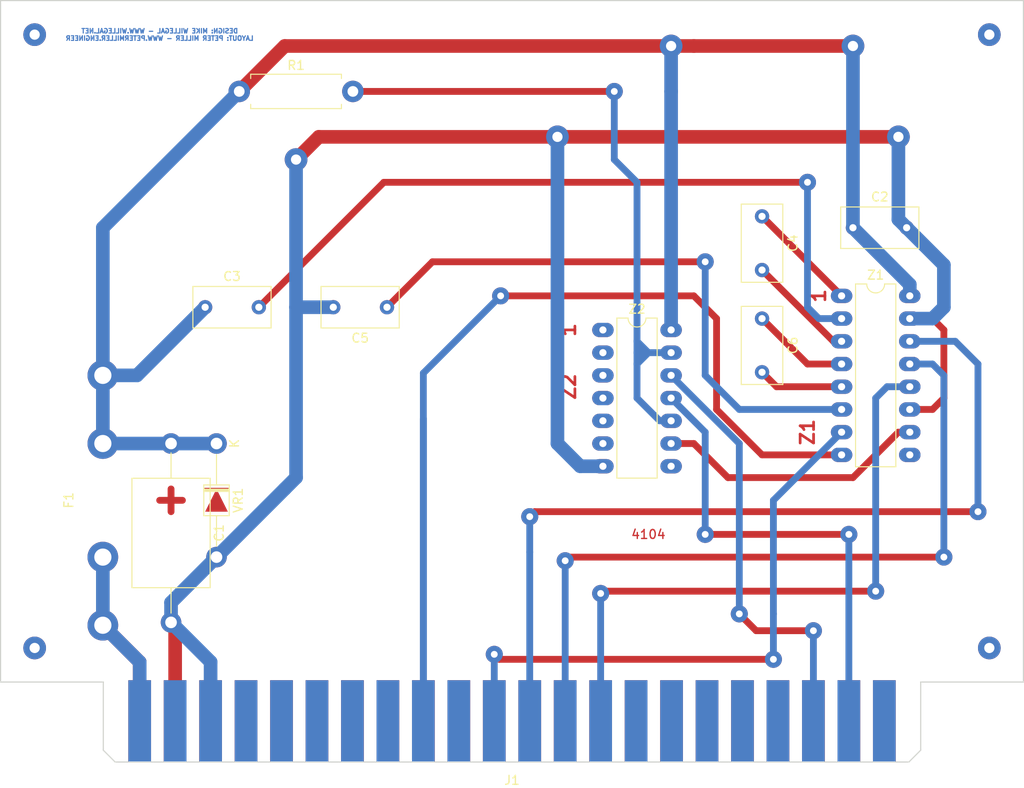
<source format=kicad_pcb>
(kicad_pcb (version 20171130) (host pcbnew "(5.1.9)-1")

  (general
    (thickness 1.6)
    (drawings 16)
    (tracks 160)
    (zones 0)
    (modules 12)
    (nets 60)
  )

  (page A4)
  (layers
    (0 F.Cu signal)
    (31 B.Cu signal)
    (32 B.Adhes user)
    (33 F.Adhes user)
    (34 B.Paste user)
    (35 F.Paste user)
    (36 B.SilkS user)
    (37 F.SilkS user)
    (38 B.Mask user)
    (39 F.Mask user)
    (40 Dwgs.User user)
    (41 Cmts.User user)
    (42 Eco1.User user)
    (43 Eco2.User user)
    (44 Edge.Cuts user)
    (45 Margin user)
    (46 B.CrtYd user)
    (47 F.CrtYd user)
    (48 B.Fab user)
    (49 F.Fab user)
  )

  (setup
    (last_trace_width 0.762)
    (user_trace_width 0.762)
    (user_trace_width 1.524)
    (trace_clearance 0.2)
    (zone_clearance 0.0254)
    (zone_45_only no)
    (trace_min 0.2)
    (via_size 0.8)
    (via_drill 0.4)
    (via_min_size 0.4)
    (via_min_drill 0.3)
    (user_via 1.905 0.762)
    (user_via 2.54 1.143)
    (uvia_size 0.3)
    (uvia_drill 0.1)
    (uvias_allowed no)
    (uvia_min_size 0.2)
    (uvia_min_drill 0.1)
    (edge_width 0.05)
    (segment_width 0.2)
    (pcb_text_width 0.3)
    (pcb_text_size 1.5 1.5)
    (mod_edge_width 0.12)
    (mod_text_size 1 1)
    (mod_text_width 0.15)
    (pad_size 2.3 2.3)
    (pad_drill 1.3)
    (pad_to_mask_clearance 0)
    (aux_axis_origin 0 0)
    (visible_elements 7FFFFFFF)
    (pcbplotparams
      (layerselection 0x01000_ffffffff)
      (usegerberextensions false)
      (usegerberattributes true)
      (usegerberadvancedattributes true)
      (creategerberjobfile true)
      (excludeedgelayer true)
      (linewidth 0.100000)
      (plotframeref false)
      (viasonmask false)
      (mode 1)
      (useauxorigin false)
      (hpglpennumber 1)
      (hpglpenspeed 20)
      (hpglpendiameter 15.000000)
      (psnegative false)
      (psa4output false)
      (plotreference true)
      (plotvalue true)
      (plotinvisibletext false)
      (padsonsilk false)
      (subtractmaskfromsilk false)
      (outputformat 1)
      (mirror false)
      (drillshape 0)
      (scaleselection 1)
      (outputdirectory "./"))
  )

  (net 0 "")
  (net 1 GND)
  (net 2 +5V)
  (net 3 "Net-(C6-Pad1)")
  (net 4 "Net-(J1-Pad4)")
  (net 5 "Net-(J1-Pad5)")
  (net 6 "Net-(J1-Pad6)")
  (net 7 "Net-(J1-Pad7)")
  (net 8 "Net-(J1-Pad8)")
  (net 9 "Net-(J1-Pad9)")
  (net 10 "Net-(J1-Pad10)")
  (net 11 "Net-(J1-Pad11)")
  (net 12 "Net-(J1-Pad12)")
  (net 13 "Net-(J1-Pad13)")
  (net 14 "Net-(J1-Pad14)")
  (net 15 "Net-(J1-Pad15)")
  (net 16 "Net-(J1-Pad16)")
  (net 17 "Net-(J1-Pad17)")
  (net 18 "Net-(J1-Pad18)")
  (net 19 "Net-(J1-Pad19)")
  (net 20 "Net-(J1-Pad20)")
  (net 21 "Net-(J1-Pad21)")
  (net 22 "Net-(J1-Pad22)")
  (net 23 "Net-(J1-PadB)")
  (net 24 "Net-(J1-PadD)")
  (net 25 "Net-(J1-PadE)")
  (net 26 "Net-(J1-PadF)")
  (net 27 "Net-(J1-PadH)")
  (net 28 "Net-(J1-PadJ)")
  (net 29 "Net-(J1-PadL)")
  (net 30 "Net-(J1-PadS)")
  (net 31 "Net-(J1-PadT)")
  (net 32 "Net-(J1-PadU)")
  (net 33 "Net-(J1-PadV)")
  (net 34 "Net-(J1-PadW)")
  (net 35 "Net-(J1-PadZ)")
  (net 36 "Net-(Z1-Pad9)")
  (net 37 "Net-(Z2-Pad6)")
  (net 38 "Net-(Z2-Pad5)")
  (net 39 "Net-(Z2-Pad4)")
  (net 40 "Net-(Z2-Pad3)")
  (net 41 "Net-(Z2-Pad2)")
  (net 42 "Net-(Z2-Pad8)")
  (net 43 "Net-(Z2-Pad1)")
  (net 44 "Net-(J1-Pad3)")
  (net 45 /V+)
  (net 46 /C1-)
  (net 47 /C1+)
  (net 48 /V-)
  (net 49 /C2-)
  (net 50 /STRB)
  (net 51 /Tx)
  (net 52 /Rx)
  (net 53 /DTR)
  (net 54 /RxD)
  (net 55 /TxD)
  (net 56 /RTS)
  (net 57 /PullUp)
  (net 58 /TxIn)
  (net 59 /VCC)

  (net_class Default "This is the default net class."
    (clearance 0.2)
    (trace_width 0.25)
    (via_dia 0.8)
    (via_drill 0.4)
    (uvia_dia 0.3)
    (uvia_drill 0.1)
    (add_net +5V)
    (add_net /C1+)
    (add_net /C1-)
    (add_net /C2-)
    (add_net /DTR)
    (add_net /PullUp)
    (add_net /RTS)
    (add_net /Rx)
    (add_net /RxD)
    (add_net /STRB)
    (add_net /Tx)
    (add_net /TxD)
    (add_net /TxIn)
    (add_net /V+)
    (add_net /V-)
    (add_net /VCC)
    (add_net GND)
    (add_net "Net-(C6-Pad1)")
    (add_net "Net-(J1-Pad10)")
    (add_net "Net-(J1-Pad11)")
    (add_net "Net-(J1-Pad12)")
    (add_net "Net-(J1-Pad13)")
    (add_net "Net-(J1-Pad14)")
    (add_net "Net-(J1-Pad15)")
    (add_net "Net-(J1-Pad16)")
    (add_net "Net-(J1-Pad17)")
    (add_net "Net-(J1-Pad18)")
    (add_net "Net-(J1-Pad19)")
    (add_net "Net-(J1-Pad20)")
    (add_net "Net-(J1-Pad21)")
    (add_net "Net-(J1-Pad22)")
    (add_net "Net-(J1-Pad3)")
    (add_net "Net-(J1-Pad4)")
    (add_net "Net-(J1-Pad5)")
    (add_net "Net-(J1-Pad6)")
    (add_net "Net-(J1-Pad7)")
    (add_net "Net-(J1-Pad8)")
    (add_net "Net-(J1-Pad9)")
    (add_net "Net-(J1-PadB)")
    (add_net "Net-(J1-PadD)")
    (add_net "Net-(J1-PadE)")
    (add_net "Net-(J1-PadF)")
    (add_net "Net-(J1-PadH)")
    (add_net "Net-(J1-PadJ)")
    (add_net "Net-(J1-PadL)")
    (add_net "Net-(J1-PadS)")
    (add_net "Net-(J1-PadT)")
    (add_net "Net-(J1-PadU)")
    (add_net "Net-(J1-PadV)")
    (add_net "Net-(J1-PadW)")
    (add_net "Net-(J1-PadZ)")
    (add_net "Net-(Z1-Pad9)")
    (add_net "Net-(Z2-Pad1)")
    (add_net "Net-(Z2-Pad2)")
    (add_net "Net-(Z2-Pad3)")
    (add_net "Net-(Z2-Pad4)")
    (add_net "Net-(Z2-Pad5)")
    (add_net "Net-(Z2-Pad6)")
    (add_net "Net-(Z2-Pad8)")
  )

  (module Diode_THT:D_T-1_P12.70mm_Horizontal (layer F.Cu) (tedit 6897F26F) (tstamp 606DD224)
    (at 113.03 100.33 270)
    (descr "Diode, T-1 series, Axial, Horizontal, pin pitch=12.7mm, , length*diameter=3.2*2.6mm^2, , http://www.diodes.com/_files/packages/T-1.pdf")
    (tags "Diode T-1 series Axial Horizontal pin pitch 12.7mm  length 3.2mm diameter 2.6mm")
    (path /6075E285)
    (fp_text reference VR1 (at 6.35 -2.42 90) (layer F.SilkS)
      (effects (font (size 1 1) (thickness 0.15)))
    )
    (fp_text value 6.3V (at 6.35 2.42 90) (layer F.Fab)
      (effects (font (size 1 1) (thickness 0.15)))
    )
    (fp_line (start 4.75 -1.3) (end 4.75 1.3) (layer F.Fab) (width 0.1))
    (fp_line (start 4.75 1.3) (end 7.95 1.3) (layer F.Fab) (width 0.1))
    (fp_line (start 7.95 1.3) (end 7.95 -1.3) (layer F.Fab) (width 0.1))
    (fp_line (start 7.95 -1.3) (end 4.75 -1.3) (layer F.Fab) (width 0.1))
    (fp_line (start 0 0) (end 4.75 0) (layer F.Fab) (width 0.1))
    (fp_line (start 12.7 0) (end 7.95 0) (layer F.Fab) (width 0.1))
    (fp_line (start 5.23 -1.3) (end 5.23 1.3) (layer F.Fab) (width 0.1))
    (fp_line (start 5.33 -1.3) (end 5.33 1.3) (layer F.Fab) (width 0.1))
    (fp_line (start 5.13 -1.3) (end 5.13 1.3) (layer F.Fab) (width 0.1))
    (fp_line (start 4.63 -1.42) (end 4.63 1.42) (layer F.SilkS) (width 0.12))
    (fp_line (start 4.63 1.42) (end 8.07 1.42) (layer F.SilkS) (width 0.12))
    (fp_line (start 8.07 1.42) (end 8.07 -1.42) (layer F.SilkS) (width 0.12))
    (fp_line (start 8.07 -1.42) (end 4.63 -1.42) (layer F.SilkS) (width 0.12))
    (fp_line (start 1.24 0) (end 4.63 0) (layer F.SilkS) (width 0.12))
    (fp_line (start 11.46 0) (end 8.07 0) (layer F.SilkS) (width 0.12))
    (fp_line (start 5.23 -1.42) (end 5.23 1.42) (layer F.SilkS) (width 0.12))
    (fp_line (start 5.35 -1.42) (end 5.35 1.42) (layer F.SilkS) (width 0.12))
    (fp_line (start 5.11 -1.42) (end 5.11 1.42) (layer F.SilkS) (width 0.12))
    (fp_line (start -1.25 -1.55) (end -1.25 1.55) (layer F.CrtYd) (width 0.05))
    (fp_line (start -1.25 1.55) (end 13.95 1.55) (layer F.CrtYd) (width 0.05))
    (fp_line (start 13.95 1.55) (end 13.95 -1.55) (layer F.CrtYd) (width 0.05))
    (fp_line (start 13.95 -1.55) (end -1.25 -1.55) (layer F.CrtYd) (width 0.05))
    (fp_text user K (at 0 -2 90) (layer F.SilkS)
      (effects (font (size 1 1) (thickness 0.15)))
    )
    (fp_text user K (at 0 -2 90) (layer F.Fab)
      (effects (font (size 1 1) (thickness 0.15)))
    )
    (fp_text user %R (at 4.75 0 90) (layer F.Fab)
      (effects (font (size 0.64 0.64) (thickness 0.096)))
    )
    (pad 2 thru_hole oval (at 12.7 0 270) (size 2.3 2.3) (drill 1.3) (layers *.Cu *.Mask)
      (net 1 GND))
    (pad 1 thru_hole circle (at 0 0 270) (size 2.3 2.3) (drill 1.3) (layers *.Cu *.Mask)
      (net 59 /VCC))
    (model ${KISYS3DMOD}/Diode_THT.3dshapes/D_T-1_P12.70mm_Horizontal.wrl
      (at (xyz 0 0 0))
      (scale (xyz 1 1 1))
      (rotate (xyz 0 0 0))
    )
  )

  (module Package_DIP:DIP-16_W7.62mm_LongPads (layer F.Cu) (tedit 606E69D6) (tstamp 606DD248)
    (at 182.88 83.82)
    (descr "16-lead though-hole mounted DIP package, row spacing 7.62 mm (300 mils), LongPads")
    (tags "THT DIP DIL PDIP 2.54mm 7.62mm 300mil LongPads")
    (path /606F5208)
    (fp_text reference Z1 (at 3.81 -2.33 180) (layer F.SilkS)
      (effects (font (size 1 1) (thickness 0.15)))
    )
    (fp_text value MAX202CPE+ (at 3.81 20.11 180) (layer F.Fab)
      (effects (font (size 1 1) (thickness 0.15)))
    )
    (fp_line (start 9.1 -1.55) (end -1.45 -1.55) (layer F.CrtYd) (width 0.05))
    (fp_line (start 9.1 19.3) (end 9.1 -1.55) (layer F.CrtYd) (width 0.05))
    (fp_line (start -1.45 19.3) (end 9.1 19.3) (layer F.CrtYd) (width 0.05))
    (fp_line (start -1.45 -1.55) (end -1.45 19.3) (layer F.CrtYd) (width 0.05))
    (fp_line (start 6.06 -1.33) (end 4.81 -1.33) (layer F.SilkS) (width 0.12))
    (fp_line (start 6.06 19.11) (end 6.06 -1.33) (layer F.SilkS) (width 0.12))
    (fp_line (start 1.56 19.11) (end 6.06 19.11) (layer F.SilkS) (width 0.12))
    (fp_line (start 1.56 -1.33) (end 1.56 19.11) (layer F.SilkS) (width 0.12))
    (fp_line (start 2.81 -1.33) (end 1.56 -1.33) (layer F.SilkS) (width 0.12))
    (fp_line (start 0.635 -0.27) (end 1.635 -1.27) (layer F.Fab) (width 0.1))
    (fp_line (start 0.635 19.05) (end 0.635 -0.27) (layer F.Fab) (width 0.1))
    (fp_line (start 6.985 19.05) (end 0.635 19.05) (layer F.Fab) (width 0.1))
    (fp_line (start 6.985 -1.27) (end 6.985 19.05) (layer F.Fab) (width 0.1))
    (fp_line (start 1.635 -1.27) (end 6.985 -1.27) (layer F.Fab) (width 0.1))
    (fp_text user %R (at 3.81 8.89 180) (layer F.Fab)
      (effects (font (size 1 1) (thickness 0.15)))
    )
    (fp_arc (start 3.81 -1.33) (end 2.81 -1.33) (angle -180) (layer F.SilkS) (width 0.12))
    (pad 16 thru_hole oval (at 7.62 0) (size 2.4 1.6) (drill 0.8) (layers *.Cu *.Mask)
      (net 59 /VCC))
    (pad 8 thru_hole oval (at 0 17.78) (size 2.4 1.6) (drill 0.8) (layers *.Cu *.Mask)
      (net 56 /RTS))
    (pad 15 thru_hole oval (at 7.62 2.54) (size 2.4 1.6) (drill 0.8) (layers *.Cu *.Mask)
      (net 1 GND))
    (pad 7 thru_hole oval (at 0 15.24) (size 2.4 1.6) (drill 0.8) (layers *.Cu *.Mask)
      (net 55 /TxD))
    (pad 14 thru_hole oval (at 7.62 5.08) (size 2.4 1.6) (drill 0.8) (layers *.Cu *.Mask)
      (net 54 /RxD))
    (pad 6 thru_hole oval (at 0 12.7) (size 2.4 1.6) (drill 0.8) (layers *.Cu *.Mask)
      (net 48 /V-))
    (pad 13 thru_hole oval (at 7.62 7.62) (size 2.4 1.6) (drill 0.8) (layers *.Cu *.Mask)
      (net 53 /DTR))
    (pad 5 thru_hole oval (at 0 10.16) (size 2.4 1.6) (drill 0.8) (layers *.Cu *.Mask)
      (net 49 /C2-))
    (pad 12 thru_hole oval (at 7.62 10.16) (size 2.4 1.6) (drill 0.8) (layers *.Cu *.Mask)
      (net 52 /Rx))
    (pad 4 thru_hole oval (at 0 7.62) (size 2.4 1.6) (drill 0.8) (layers *.Cu *.Mask)
      (net 3 "Net-(C6-Pad1)"))
    (pad 11 thru_hole oval (at 7.62 12.7) (size 2.4 1.6) (drill 0.8) (layers *.Cu *.Mask)
      (net 1 GND))
    (pad 3 thru_hole oval (at 0 5.08) (size 2.4 1.6) (drill 0.8) (layers *.Cu *.Mask)
      (net 46 /C1-))
    (pad 10 thru_hole oval (at 7.62 15.24) (size 2.4 1.6) (drill 0.8) (layers *.Cu *.Mask)
      (net 58 /TxIn))
    (pad 2 thru_hole oval (at 0 2.54) (size 2.4 1.6) (drill 0.8) (layers *.Cu *.Mask)
      (net 45 /V+))
    (pad 9 thru_hole oval (at 7.62 17.78) (size 2.4 1.6) (drill 0.8) (layers *.Cu *.Mask)
      (net 36 "Net-(Z1-Pad9)"))
    (pad 1 thru_hole oval (at 0 0) (size 2.4 1.6) (drill 0.8) (layers *.Cu *.Mask)
      (net 47 /C1+))
    (model ${KISYS3DMOD}/Package_DIP.3dshapes/DIP-16_W7.62mm.wrl
      (at (xyz 0 0 0))
      (scale (xyz 1 1 1))
      (rotate (xyz 0 0 0))
    )
  )

  (module Package_DIP:DIP-14_W7.62mm_LongPads (layer F.Cu) (tedit 606E69C0) (tstamp 606DD26A)
    (at 156.21 87.63)
    (descr "14-lead though-hole mounted DIP package, row spacing 7.62 mm (300 mils), LongPads")
    (tags "THT DIP DIL PDIP 2.54mm 7.62mm 300mil LongPads")
    (path /606F241D)
    (fp_text reference Z2 (at 3.81 -2.33 180) (layer F.SilkS)
      (effects (font (size 1 1) (thickness 0.15)))
    )
    (fp_text value SN74LS74AN (at 3.81 17.57 180) (layer F.Fab)
      (effects (font (size 1 1) (thickness 0.15)))
    )
    (fp_line (start 9.1 -1.55) (end -1.45 -1.55) (layer F.CrtYd) (width 0.05))
    (fp_line (start 9.1 16.8) (end 9.1 -1.55) (layer F.CrtYd) (width 0.05))
    (fp_line (start -1.45 16.8) (end 9.1 16.8) (layer F.CrtYd) (width 0.05))
    (fp_line (start -1.45 -1.55) (end -1.45 16.8) (layer F.CrtYd) (width 0.05))
    (fp_line (start 6.06 -1.33) (end 4.81 -1.33) (layer F.SilkS) (width 0.12))
    (fp_line (start 6.06 16.57) (end 6.06 -1.33) (layer F.SilkS) (width 0.12))
    (fp_line (start 1.56 16.57) (end 6.06 16.57) (layer F.SilkS) (width 0.12))
    (fp_line (start 1.56 -1.33) (end 1.56 16.57) (layer F.SilkS) (width 0.12))
    (fp_line (start 2.81 -1.33) (end 1.56 -1.33) (layer F.SilkS) (width 0.12))
    (fp_line (start 0.635 -0.27) (end 1.635 -1.27) (layer F.Fab) (width 0.1))
    (fp_line (start 0.635 16.51) (end 0.635 -0.27) (layer F.Fab) (width 0.1))
    (fp_line (start 6.985 16.51) (end 0.635 16.51) (layer F.Fab) (width 0.1))
    (fp_line (start 6.985 -1.27) (end 6.985 16.51) (layer F.Fab) (width 0.1))
    (fp_line (start 1.635 -1.27) (end 6.985 -1.27) (layer F.Fab) (width 0.1))
    (fp_text user %R (at 3.81 7.62 180) (layer F.Fab)
      (effects (font (size 1 1) (thickness 0.15)))
    )
    (fp_arc (start 3.81 -1.33) (end 2.81 -1.33) (angle -180) (layer F.SilkS) (width 0.12))
    (pad 14 thru_hole oval (at 7.62 0) (size 2.4 1.6) (drill 0.8) (layers *.Cu *.Mask)
      (net 59 /VCC))
    (pad 7 thru_hole oval (at 0 15.24) (size 2.4 1.6) (drill 0.8) (layers *.Cu *.Mask)
      (net 1 GND))
    (pad 13 thru_hole oval (at 7.62 2.54) (size 2.4 1.6) (drill 0.8) (layers *.Cu *.Mask)
      (net 57 /PullUp))
    (pad 6 thru_hole oval (at 0 12.7) (size 2.4 1.6) (drill 0.8) (layers *.Cu *.Mask)
      (net 37 "Net-(Z2-Pad6)"))
    (pad 12 thru_hole oval (at 7.62 5.08) (size 2.4 1.6) (drill 0.8) (layers *.Cu *.Mask)
      (net 51 /Tx))
    (pad 5 thru_hole oval (at 0 10.16) (size 2.4 1.6) (drill 0.8) (layers *.Cu *.Mask)
      (net 38 "Net-(Z2-Pad5)"))
    (pad 11 thru_hole oval (at 7.62 7.62) (size 2.4 1.6) (drill 0.8) (layers *.Cu *.Mask)
      (net 50 /STRB))
    (pad 4 thru_hole oval (at 0 7.62) (size 2.4 1.6) (drill 0.8) (layers *.Cu *.Mask)
      (net 39 "Net-(Z2-Pad4)"))
    (pad 10 thru_hole oval (at 7.62 10.16) (size 2.4 1.6) (drill 0.8) (layers *.Cu *.Mask)
      (net 57 /PullUp))
    (pad 3 thru_hole oval (at 0 5.08) (size 2.4 1.6) (drill 0.8) (layers *.Cu *.Mask)
      (net 40 "Net-(Z2-Pad3)"))
    (pad 9 thru_hole oval (at 7.62 12.7) (size 2.4 1.6) (drill 0.8) (layers *.Cu *.Mask)
      (net 58 /TxIn))
    (pad 2 thru_hole oval (at 0 2.54) (size 2.4 1.6) (drill 0.8) (layers *.Cu *.Mask)
      (net 41 "Net-(Z2-Pad2)"))
    (pad 8 thru_hole oval (at 7.62 15.24) (size 2.4 1.6) (drill 0.8) (layers *.Cu *.Mask)
      (net 42 "Net-(Z2-Pad8)"))
    (pad 1 thru_hole oval (at 0 0) (size 2.4 1.6) (drill 0.8) (layers *.Cu *.Mask)
      (net 43 "Net-(Z2-Pad1)"))
    (model ${KISYS3DMOD}/Package_DIP.3dshapes/DIP-14_W7.62mm.wrl
      (at (xyz 0 0 0))
      (scale (xyz 1 1 1))
      (rotate (xyz 0 0 0))
    )
  )

  (module Resistor_THT:R_Axial_DIN0411_L9.9mm_D3.6mm_P12.70mm_Horizontal (layer F.Cu) (tedit 5AE5139B) (tstamp 606DD205)
    (at 115.57 60.96)
    (descr "Resistor, Axial_DIN0411 series, Axial, Horizontal, pin pitch=12.7mm, 1W, length*diameter=9.9*3.6mm^2")
    (tags "Resistor Axial_DIN0411 series Axial Horizontal pin pitch 12.7mm 1W length 9.9mm diameter 3.6mm")
    (path /60707EE0)
    (fp_text reference R1 (at 6.35 -2.92) (layer F.SilkS)
      (effects (font (size 1 1) (thickness 0.15)))
    )
    (fp_text value 10K (at 6.35 2.92) (layer F.Fab)
      (effects (font (size 1 1) (thickness 0.15)))
    )
    (fp_line (start 1.4 -1.8) (end 1.4 1.8) (layer F.Fab) (width 0.1))
    (fp_line (start 1.4 1.8) (end 11.3 1.8) (layer F.Fab) (width 0.1))
    (fp_line (start 11.3 1.8) (end 11.3 -1.8) (layer F.Fab) (width 0.1))
    (fp_line (start 11.3 -1.8) (end 1.4 -1.8) (layer F.Fab) (width 0.1))
    (fp_line (start 0 0) (end 1.4 0) (layer F.Fab) (width 0.1))
    (fp_line (start 12.7 0) (end 11.3 0) (layer F.Fab) (width 0.1))
    (fp_line (start 1.28 -1.44) (end 1.28 -1.92) (layer F.SilkS) (width 0.12))
    (fp_line (start 1.28 -1.92) (end 11.42 -1.92) (layer F.SilkS) (width 0.12))
    (fp_line (start 11.42 -1.92) (end 11.42 -1.44) (layer F.SilkS) (width 0.12))
    (fp_line (start 1.28 1.44) (end 1.28 1.92) (layer F.SilkS) (width 0.12))
    (fp_line (start 1.28 1.92) (end 11.42 1.92) (layer F.SilkS) (width 0.12))
    (fp_line (start 11.42 1.92) (end 11.42 1.44) (layer F.SilkS) (width 0.12))
    (fp_line (start -1.45 -2.05) (end -1.45 2.05) (layer F.CrtYd) (width 0.05))
    (fp_line (start -1.45 2.05) (end 14.15 2.05) (layer F.CrtYd) (width 0.05))
    (fp_line (start 14.15 2.05) (end 14.15 -2.05) (layer F.CrtYd) (width 0.05))
    (fp_line (start 14.15 -2.05) (end -1.45 -2.05) (layer F.CrtYd) (width 0.05))
    (fp_text user %R (at 6.35 0) (layer F.Fab)
      (effects (font (size 1 1) (thickness 0.15)))
    )
    (pad 2 thru_hole oval (at 12.7 0) (size 2.4 2.4) (drill 1.2) (layers *.Cu *.Mask)
      (net 57 /PullUp))
    (pad 1 thru_hole circle (at 0 0) (size 2.4 2.4) (drill 1.2) (layers *.Cu *.Mask)
      (net 59 /VCC))
    (model ${KISYS3DMOD}/Resistor_THT.3dshapes/R_Axial_DIN0411_L9.9mm_D3.6mm_P12.70mm_Horizontal.wrl
      (at (xyz 0 0 0))
      (scale (xyz 1 1 1))
      (rotate (xyz 0 0 0))
    )
  )

  (module Connector_PCBEdge:Edge44 (layer F.Cu) (tedit 606D6119) (tstamp 606DD1EE)
    (at 146.05 135.9408 180)
    (path /606DA8AD)
    (fp_text reference J1 (at 0 -2.04) (layer F.SilkS)
      (effects (font (size 1 1) (thickness 0.15)))
    )
    (fp_text value Edge44 (at 0 11.43) (layer F.Fab)
      (effects (font (size 1 1) (thickness 0.15)))
    )
    (fp_line (start -44.3484 0) (end -45.6692 1.3208) (layer Dwgs.User) (width 0.127))
    (fp_line (start 44.3484 0) (end 45.6692 1.3208) (layer Dwgs.User) (width 0.127))
    (fp_line (start 45.6692 1.3208) (end 45.6692 8.9408) (layer Dwgs.User) (width 0.127))
    (fp_line (start -45.6692 1.3208) (end -45.6692 8.9408) (layer Dwgs.User) (width 0.127))
    (fp_line (start -44.3484 0) (end 44.3484 0) (layer Dwgs.User) (width 0.127))
    (pad 22 connect rect (at -41.6052 4.572 180) (size 2.54 9.144) (layers F.Cu F.Mask)
      (net 22 "Net-(J1-Pad22)"))
    (pad 21 connect rect (at -37.6428 4.572 180) (size 2.54 9.144) (layers F.Cu F.Mask)
      (net 21 "Net-(J1-Pad21)"))
    (pad 20 connect rect (at -33.6804 4.572 180) (size 2.54 9.144) (layers F.Cu F.Mask)
      (net 20 "Net-(J1-Pad20)"))
    (pad 19 connect rect (at -29.718 4.572 180) (size 2.54 9.144) (layers F.Cu F.Mask)
      (net 19 "Net-(J1-Pad19)"))
    (pad 18 connect rect (at -25.7556 4.572 180) (size 2.54 9.144) (layers F.Cu F.Mask)
      (net 18 "Net-(J1-Pad18)"))
    (pad 17 connect rect (at -21.7932 4.572 180) (size 2.54 9.144) (layers F.Cu F.Mask)
      (net 17 "Net-(J1-Pad17)"))
    (pad 16 connect rect (at -17.8308 4.572 180) (size 2.54 9.144) (layers F.Cu F.Mask)
      (net 16 "Net-(J1-Pad16)"))
    (pad 15 connect rect (at -13.8684 4.572 180) (size 2.54 9.144) (layers F.Cu F.Mask)
      (net 15 "Net-(J1-Pad15)"))
    (pad 14 connect rect (at -9.906 4.572 180) (size 2.54 9.144) (layers F.Cu F.Mask)
      (net 14 "Net-(J1-Pad14)"))
    (pad 13 connect rect (at -5.9436 4.572 180) (size 2.54 9.144) (layers F.Cu F.Mask)
      (net 13 "Net-(J1-Pad13)"))
    (pad 12 connect rect (at -1.9812 4.572 180) (size 2.54 9.144) (layers F.Cu F.Mask)
      (net 12 "Net-(J1-Pad12)"))
    (pad 11 connect rect (at 1.9812 4.572 180) (size 2.54 9.144) (layers F.Cu F.Mask)
      (net 11 "Net-(J1-Pad11)"))
    (pad 10 connect rect (at 5.9436 4.572 180) (size 2.54 9.144) (layers F.Cu F.Mask)
      (net 10 "Net-(J1-Pad10)"))
    (pad 9 connect rect (at 9.906 4.572 180) (size 2.54 9.144) (layers F.Cu F.Mask)
      (net 9 "Net-(J1-Pad9)"))
    (pad 8 connect rect (at 13.8684 4.572 180) (size 2.54 9.144) (layers F.Cu F.Mask)
      (net 8 "Net-(J1-Pad8)"))
    (pad 7 connect rect (at 17.8308 4.572 180) (size 2.54 9.144) (layers F.Cu F.Mask)
      (net 7 "Net-(J1-Pad7)"))
    (pad 6 connect rect (at 21.7932 4.572 180) (size 2.54 9.144) (layers F.Cu F.Mask)
      (net 6 "Net-(J1-Pad6)"))
    (pad 5 connect rect (at 25.7556 4.572 180) (size 2.54 9.144) (layers F.Cu F.Mask)
      (net 5 "Net-(J1-Pad5)"))
    (pad 4 connect rect (at 29.718 4.572 180) (size 2.54 9.144) (layers F.Cu F.Mask)
      (net 4 "Net-(J1-Pad4)"))
    (pad 3 connect rect (at 33.6804 4.572 180) (size 2.54 9.144) (layers F.Cu F.Mask)
      (net 44 "Net-(J1-Pad3)"))
    (pad 2 connect rect (at 37.6428 4.572 180) (size 2.54 9.144) (layers F.Cu F.Mask)
      (net 1 GND))
    (pad 1 connect rect (at 41.6052 4.572 180) (size 2.54 9.144) (layers F.Cu F.Mask)
      (net 2 +5V))
    (pad Z connect rect (at -41.6052 4.572 180) (size 2.54 9.144) (layers B.Cu B.Mask)
      (net 35 "Net-(J1-PadZ)"))
    (pad Y connect rect (at -37.6428 4.572 180) (size 2.54 9.144) (layers B.Cu B.Mask)
      (net 50 /STRB))
    (pad X connect rect (at -33.6804 4.572 180) (size 2.54 9.144) (layers B.Cu B.Mask)
      (net 51 /Tx))
    (pad W connect rect (at -29.718 4.572 180) (size 2.54 9.144) (layers B.Cu B.Mask)
      (net 34 "Net-(J1-PadW)"))
    (pad V connect rect (at -25.7556 4.572 180) (size 2.54 9.144) (layers B.Cu B.Mask)
      (net 33 "Net-(J1-PadV)"))
    (pad U connect rect (at -21.7932 4.572 180) (size 2.54 9.144) (layers B.Cu B.Mask)
      (net 32 "Net-(J1-PadU)"))
    (pad T connect rect (at -17.8308 4.572 180) (size 2.54 9.144) (layers B.Cu B.Mask)
      (net 31 "Net-(J1-PadT)"))
    (pad S connect rect (at -13.8684 4.572 180) (size 2.54 9.144) (layers B.Cu B.Mask)
      (net 30 "Net-(J1-PadS)"))
    (pad R connect rect (at -9.906 4.572 180) (size 2.54 9.144) (layers B.Cu B.Mask)
      (net 52 /Rx))
    (pad P connect rect (at -5.9436 4.572 180) (size 2.54 9.144) (layers B.Cu B.Mask)
      (net 53 /DTR))
    (pad N connect rect (at -1.9812 4.572 180) (size 2.54 9.144) (layers B.Cu B.Mask)
      (net 54 /RxD))
    (pad M connect rect (at 1.9812 4.572 180) (size 2.54 9.144) (layers B.Cu B.Mask)
      (net 55 /TxD))
    (pad L connect rect (at 5.9436 4.572 180) (size 2.54 9.144) (layers B.Cu B.Mask)
      (net 29 "Net-(J1-PadL)"))
    (pad K connect rect (at 9.906 4.572 180) (size 2.54 9.144) (layers B.Cu B.Mask)
      (net 56 /RTS))
    (pad J connect rect (at 13.8684 4.572 180) (size 2.54 9.144) (layers B.Cu B.Mask)
      (net 28 "Net-(J1-PadJ)"))
    (pad H connect rect (at 17.8308 4.572 180) (size 2.54 9.144) (layers B.Cu B.Mask)
      (net 27 "Net-(J1-PadH)"))
    (pad F connect rect (at 21.7932 4.572 180) (size 2.54 9.144) (layers B.Cu B.Mask)
      (net 26 "Net-(J1-PadF)"))
    (pad E connect rect (at 25.7556 4.572 180) (size 2.54 9.144) (layers B.Cu B.Mask)
      (net 25 "Net-(J1-PadE)"))
    (pad D connect rect (at 29.718 4.572 180) (size 2.54 9.144) (layers B.Cu B.Mask)
      (net 24 "Net-(J1-PadD)"))
    (pad C connect rect (at 33.6804 4.572 180) (size 2.54 9.144) (layers B.Cu B.Mask)
      (net 1 GND))
    (pad B connect rect (at 37.6428 4.572 180) (size 2.54 9.144) (layers B.Cu B.Mask)
      (net 23 "Net-(J1-PadB)"))
    (pad A connect rect (at 41.6052 4.572 180) (size 2.54 9.144) (layers B.Cu B.Mask)
      (net 2 +5V))
  )

  (module Fuse:Fuseholder_AG8 (layer F.Cu) (tedit 606D5409) (tstamp 606DD1B9)
    (at 105.41 92.71 270)
    (path /6075718D)
    (fp_text reference F1 (at 13.97 8.89 90) (layer F.SilkS)
      (effects (font (size 1 1) (thickness 0.15)))
    )
    (fp_text value Fuse (at 13.97 1.27 90) (layer F.Fab)
      (effects (font (size 1 1) (thickness 0.15)))
    )
    (pad 2 thru_hole circle (at 27.94 5.08 270) (size 3.429 3.429) (drill 1.9177) (layers *.Cu *.Mask)
      (net 2 +5V))
    (pad 2 thru_hole circle (at 20.32 5.08 270) (size 3.429 3.429) (drill 1.9177) (layers *.Cu *.Mask)
      (net 2 +5V))
    (pad 1 thru_hole circle (at 7.62 5.08 270) (size 3.429 3.429) (drill 1.9177) (layers *.Cu *.Mask)
      (net 59 /VCC))
    (pad 1 thru_hole circle (at 0 5.08 270) (size 3.429 3.429) (drill 1.9177) (layers *.Cu *.Mask)
      (net 59 /VCC))
  )

  (module Capacitor_THT:C_Disc_D7.5mm_W4.4mm_P6.00mm (layer F.Cu) (tedit 606D4F71) (tstamp 606DD1B1)
    (at 173.99 86.36 270)
    (descr "C, Disc series, Radial, pin pitch=5.00mm, , diameter*width=7.5*4.4mm^2, Capacitor")
    (tags "C Disc series Radial pin pitch 5.00mm  diameter 7.5mm width 4.4mm Capacitor")
    (path /6071E825)
    (fp_text reference C6 (at 3 -3.45 90) (layer F.SilkS)
      (effects (font (size 1 1) (thickness 0.15)))
    )
    (fp_text value 0.1u (at 3 3.45 90) (layer F.Fab)
      (effects (font (size 1 1) (thickness 0.15)))
    )
    (fp_line (start 7.5 -2.45) (end -1.5 -2.45) (layer F.CrtYd) (width 0.05))
    (fp_line (start 7.5 2.45) (end 7.5 -2.45) (layer F.CrtYd) (width 0.05))
    (fp_line (start -1.5 2.45) (end 7.5 2.45) (layer F.CrtYd) (width 0.05))
    (fp_line (start -1.5 -2.45) (end -1.5 2.45) (layer F.CrtYd) (width 0.05))
    (fp_line (start 7.37 -2.321) (end 7.37 2.321) (layer F.SilkS) (width 0.12))
    (fp_line (start -1.37 -2.321) (end -1.37 2.321) (layer F.SilkS) (width 0.12))
    (fp_line (start -1.37 2.321) (end 7.37 2.321) (layer F.SilkS) (width 0.12))
    (fp_line (start -1.37 -2.321) (end 7.37 -2.321) (layer F.SilkS) (width 0.12))
    (fp_line (start 7.25 -2.2) (end -1.25 -2.2) (layer F.Fab) (width 0.1))
    (fp_line (start 7.25 2.2) (end 7.25 -2.2) (layer F.Fab) (width 0.1))
    (fp_line (start -1.25 2.2) (end 7.25 2.2) (layer F.Fab) (width 0.1))
    (fp_line (start -1.25 -2.2) (end -1.25 2.2) (layer F.Fab) (width 0.1))
    (fp_text user %R (at 3 0 90) (layer F.Fab)
      (effects (font (size 1 1) (thickness 0.15)))
    )
    (pad 2 thru_hole circle (at 6 0 270) (size 1.6 1.6) (drill 0.8) (layers *.Cu *.Mask)
      (net 49 /C2-))
    (pad 1 thru_hole circle (at 0 0 270) (size 1.6 1.6) (drill 0.8) (layers *.Cu *.Mask)
      (net 3 "Net-(C6-Pad1)"))
    (model ${KISYS3DMOD}/Capacitor_THT.3dshapes/C_Disc_D7.5mm_W4.4mm_P5.00mm.wrl
      (at (xyz 0 0 0))
      (scale (xyz 1 1 1))
      (rotate (xyz 0 0 0))
    )
  )

  (module Capacitor_THT:C_Disc_D7.5mm_W4.4mm_P6.00mm (layer F.Cu) (tedit 606D4F71) (tstamp 606DD19E)
    (at 132.08 85.09 180)
    (descr "C, Disc series, Radial, pin pitch=5.00mm, , diameter*width=7.5*4.4mm^2, Capacitor")
    (tags "C Disc series Radial pin pitch 5.00mm  diameter 7.5mm width 4.4mm Capacitor")
    (path /60722040)
    (fp_text reference C5 (at 3 -3.45) (layer F.SilkS)
      (effects (font (size 1 1) (thickness 0.15)))
    )
    (fp_text value 0.1u (at 3 3.45) (layer F.Fab)
      (effects (font (size 1 1) (thickness 0.15)))
    )
    (fp_line (start 7.5 -2.45) (end -1.5 -2.45) (layer F.CrtYd) (width 0.05))
    (fp_line (start 7.5 2.45) (end 7.5 -2.45) (layer F.CrtYd) (width 0.05))
    (fp_line (start -1.5 2.45) (end 7.5 2.45) (layer F.CrtYd) (width 0.05))
    (fp_line (start -1.5 -2.45) (end -1.5 2.45) (layer F.CrtYd) (width 0.05))
    (fp_line (start 7.37 -2.321) (end 7.37 2.321) (layer F.SilkS) (width 0.12))
    (fp_line (start -1.37 -2.321) (end -1.37 2.321) (layer F.SilkS) (width 0.12))
    (fp_line (start -1.37 2.321) (end 7.37 2.321) (layer F.SilkS) (width 0.12))
    (fp_line (start -1.37 -2.321) (end 7.37 -2.321) (layer F.SilkS) (width 0.12))
    (fp_line (start 7.25 -2.2) (end -1.25 -2.2) (layer F.Fab) (width 0.1))
    (fp_line (start 7.25 2.2) (end 7.25 -2.2) (layer F.Fab) (width 0.1))
    (fp_line (start -1.25 2.2) (end 7.25 2.2) (layer F.Fab) (width 0.1))
    (fp_line (start -1.25 -2.2) (end -1.25 2.2) (layer F.Fab) (width 0.1))
    (fp_text user %R (at 3 0) (layer F.Fab)
      (effects (font (size 1 1) (thickness 0.15)))
    )
    (pad 2 thru_hole circle (at 6 0 180) (size 1.6 1.6) (drill 0.8) (layers *.Cu *.Mask)
      (net 1 GND))
    (pad 1 thru_hole circle (at 0 0 180) (size 1.6 1.6) (drill 0.8) (layers *.Cu *.Mask)
      (net 48 /V-))
    (model ${KISYS3DMOD}/Capacitor_THT.3dshapes/C_Disc_D7.5mm_W4.4mm_P5.00mm.wrl
      (at (xyz 0 0 0))
      (scale (xyz 1 1 1))
      (rotate (xyz 0 0 0))
    )
  )

  (module Capacitor_THT:C_Disc_D7.5mm_W4.4mm_P6.00mm (layer F.Cu) (tedit 606D4F71) (tstamp 606DD18B)
    (at 173.99 74.93 270)
    (descr "C, Disc series, Radial, pin pitch=5.00mm, , diameter*width=7.5*4.4mm^2, Capacitor")
    (tags "C Disc series Radial pin pitch 5.00mm  diameter 7.5mm width 4.4mm Capacitor")
    (path /6071A0C3)
    (fp_text reference C4 (at 3 -3.45 90) (layer F.SilkS)
      (effects (font (size 1 1) (thickness 0.15)))
    )
    (fp_text value 0.1u (at 3 3.45 90) (layer F.Fab)
      (effects (font (size 1 1) (thickness 0.15)))
    )
    (fp_line (start 7.5 -2.45) (end -1.5 -2.45) (layer F.CrtYd) (width 0.05))
    (fp_line (start 7.5 2.45) (end 7.5 -2.45) (layer F.CrtYd) (width 0.05))
    (fp_line (start -1.5 2.45) (end 7.5 2.45) (layer F.CrtYd) (width 0.05))
    (fp_line (start -1.5 -2.45) (end -1.5 2.45) (layer F.CrtYd) (width 0.05))
    (fp_line (start 7.37 -2.321) (end 7.37 2.321) (layer F.SilkS) (width 0.12))
    (fp_line (start -1.37 -2.321) (end -1.37 2.321) (layer F.SilkS) (width 0.12))
    (fp_line (start -1.37 2.321) (end 7.37 2.321) (layer F.SilkS) (width 0.12))
    (fp_line (start -1.37 -2.321) (end 7.37 -2.321) (layer F.SilkS) (width 0.12))
    (fp_line (start 7.25 -2.2) (end -1.25 -2.2) (layer F.Fab) (width 0.1))
    (fp_line (start 7.25 2.2) (end 7.25 -2.2) (layer F.Fab) (width 0.1))
    (fp_line (start -1.25 2.2) (end 7.25 2.2) (layer F.Fab) (width 0.1))
    (fp_line (start -1.25 -2.2) (end -1.25 2.2) (layer F.Fab) (width 0.1))
    (fp_text user %R (at 3 0 90) (layer F.Fab)
      (effects (font (size 1 1) (thickness 0.15)))
    )
    (pad 2 thru_hole circle (at 6 0 270) (size 1.6 1.6) (drill 0.8) (layers *.Cu *.Mask)
      (net 46 /C1-))
    (pad 1 thru_hole circle (at 0 0 270) (size 1.6 1.6) (drill 0.8) (layers *.Cu *.Mask)
      (net 47 /C1+))
    (model ${KISYS3DMOD}/Capacitor_THT.3dshapes/C_Disc_D7.5mm_W4.4mm_P5.00mm.wrl
      (at (xyz 0 0 0))
      (scale (xyz 1 1 1))
      (rotate (xyz 0 0 0))
    )
  )

  (module Capacitor_THT:C_Disc_D7.5mm_W4.4mm_P6.00mm (layer F.Cu) (tedit 606D4F71) (tstamp 606DD178)
    (at 111.76 85.09)
    (descr "C, Disc series, Radial, pin pitch=5.00mm, , diameter*width=7.5*4.4mm^2, Capacitor")
    (tags "C Disc series Radial pin pitch 5.00mm  diameter 7.5mm width 4.4mm Capacitor")
    (path /6070EE64)
    (fp_text reference C3 (at 3 -3.45) (layer F.SilkS)
      (effects (font (size 1 1) (thickness 0.15)))
    )
    (fp_text value 0.1u (at 3 3.45) (layer F.Fab)
      (effects (font (size 1 1) (thickness 0.15)))
    )
    (fp_line (start 7.5 -2.45) (end -1.5 -2.45) (layer F.CrtYd) (width 0.05))
    (fp_line (start 7.5 2.45) (end 7.5 -2.45) (layer F.CrtYd) (width 0.05))
    (fp_line (start -1.5 2.45) (end 7.5 2.45) (layer F.CrtYd) (width 0.05))
    (fp_line (start -1.5 -2.45) (end -1.5 2.45) (layer F.CrtYd) (width 0.05))
    (fp_line (start 7.37 -2.321) (end 7.37 2.321) (layer F.SilkS) (width 0.12))
    (fp_line (start -1.37 -2.321) (end -1.37 2.321) (layer F.SilkS) (width 0.12))
    (fp_line (start -1.37 2.321) (end 7.37 2.321) (layer F.SilkS) (width 0.12))
    (fp_line (start -1.37 -2.321) (end 7.37 -2.321) (layer F.SilkS) (width 0.12))
    (fp_line (start 7.25 -2.2) (end -1.25 -2.2) (layer F.Fab) (width 0.1))
    (fp_line (start 7.25 2.2) (end 7.25 -2.2) (layer F.Fab) (width 0.1))
    (fp_line (start -1.25 2.2) (end 7.25 2.2) (layer F.Fab) (width 0.1))
    (fp_line (start -1.25 -2.2) (end -1.25 2.2) (layer F.Fab) (width 0.1))
    (fp_text user %R (at 3 0) (layer F.Fab)
      (effects (font (size 1 1) (thickness 0.15)))
    )
    (pad 2 thru_hole circle (at 6 0) (size 1.6 1.6) (drill 0.8) (layers *.Cu *.Mask)
      (net 45 /V+))
    (pad 1 thru_hole circle (at 0 0) (size 1.6 1.6) (drill 0.8) (layers *.Cu *.Mask)
      (net 59 /VCC))
    (model ${KISYS3DMOD}/Capacitor_THT.3dshapes/C_Disc_D7.5mm_W4.4mm_P5.00mm.wrl
      (at (xyz 0 0 0))
      (scale (xyz 1 1 1))
      (rotate (xyz 0 0 0))
    )
  )

  (module Capacitor_THT:C_Disc_D7.5mm_W4.4mm_P6.00mm (layer F.Cu) (tedit 606D4F71) (tstamp 606DD165)
    (at 184.15 76.2)
    (descr "C, Disc series, Radial, pin pitch=5.00mm, , diameter*width=7.5*4.4mm^2, Capacitor")
    (tags "C Disc series Radial pin pitch 5.00mm  diameter 7.5mm width 4.4mm Capacitor")
    (path /6070B74A)
    (fp_text reference C2 (at 3 -3.45) (layer F.SilkS)
      (effects (font (size 1 1) (thickness 0.15)))
    )
    (fp_text value 0.1u (at 3 3.45) (layer F.Fab)
      (effects (font (size 1 1) (thickness 0.15)))
    )
    (fp_line (start 7.5 -2.45) (end -1.5 -2.45) (layer F.CrtYd) (width 0.05))
    (fp_line (start 7.5 2.45) (end 7.5 -2.45) (layer F.CrtYd) (width 0.05))
    (fp_line (start -1.5 2.45) (end 7.5 2.45) (layer F.CrtYd) (width 0.05))
    (fp_line (start -1.5 -2.45) (end -1.5 2.45) (layer F.CrtYd) (width 0.05))
    (fp_line (start 7.37 -2.321) (end 7.37 2.321) (layer F.SilkS) (width 0.12))
    (fp_line (start -1.37 -2.321) (end -1.37 2.321) (layer F.SilkS) (width 0.12))
    (fp_line (start -1.37 2.321) (end 7.37 2.321) (layer F.SilkS) (width 0.12))
    (fp_line (start -1.37 -2.321) (end 7.37 -2.321) (layer F.SilkS) (width 0.12))
    (fp_line (start 7.25 -2.2) (end -1.25 -2.2) (layer F.Fab) (width 0.1))
    (fp_line (start 7.25 2.2) (end 7.25 -2.2) (layer F.Fab) (width 0.1))
    (fp_line (start -1.25 2.2) (end 7.25 2.2) (layer F.Fab) (width 0.1))
    (fp_line (start -1.25 -2.2) (end -1.25 2.2) (layer F.Fab) (width 0.1))
    (fp_text user %R (at 3 0) (layer F.Fab)
      (effects (font (size 1 1) (thickness 0.15)))
    )
    (pad 2 thru_hole circle (at 6 0) (size 1.6 1.6) (drill 0.8) (layers *.Cu *.Mask)
      (net 1 GND))
    (pad 1 thru_hole circle (at 0 0) (size 1.6 1.6) (drill 0.8) (layers *.Cu *.Mask)
      (net 59 /VCC))
    (model ${KISYS3DMOD}/Capacitor_THT.3dshapes/C_Disc_D7.5mm_W4.4mm_P5.00mm.wrl
      (at (xyz 0 0 0))
      (scale (xyz 1 1 1))
      (rotate (xyz 0 0 0))
    )
  )

  (module Capacitor_THT:C_Axial_L12.0mm_D8.5mm_P20.00mm_Horizontal (layer F.Cu) (tedit 6897F246) (tstamp 606DD152)
    (at 107.95 100.33 270)
    (descr "C, Axial series, Axial, Horizontal, pin pitch=20mm, , length*diameter=12*8.5mm^2, http://cdn-reichelt.de/documents/datenblatt/B300/STYROFLEX.pdf")
    (tags "C Axial series Axial Horizontal pin pitch 20mm  length 12mm diameter 8.5mm")
    (path /60768AFA)
    (fp_text reference C1 (at 10 -5.37 90) (layer F.SilkS)
      (effects (font (size 1 1) (thickness 0.15)))
    )
    (fp_text value 10M (at 10 5.37 90) (layer F.Fab)
      (effects (font (size 1 1) (thickness 0.15)))
    )
    (fp_line (start 4 -4.25) (end 4 4.25) (layer F.Fab) (width 0.1))
    (fp_line (start 4 4.25) (end 16 4.25) (layer F.Fab) (width 0.1))
    (fp_line (start 16 4.25) (end 16 -4.25) (layer F.Fab) (width 0.1))
    (fp_line (start 16 -4.25) (end 4 -4.25) (layer F.Fab) (width 0.1))
    (fp_line (start 0 0) (end 4 0) (layer F.Fab) (width 0.1))
    (fp_line (start 20 0) (end 16 0) (layer F.Fab) (width 0.1))
    (fp_line (start 3.88 -4.37) (end 3.88 4.37) (layer F.SilkS) (width 0.12))
    (fp_line (start 3.88 4.37) (end 16.12 4.37) (layer F.SilkS) (width 0.12))
    (fp_line (start 16.12 4.37) (end 16.12 -4.37) (layer F.SilkS) (width 0.12))
    (fp_line (start 16.12 -4.37) (end 3.88 -4.37) (layer F.SilkS) (width 0.12))
    (fp_line (start 1.04 0) (end 3.88 0) (layer F.SilkS) (width 0.12))
    (fp_line (start 18.96 0) (end 16.12 0) (layer F.SilkS) (width 0.12))
    (fp_line (start -1.05 -4.5) (end -1.05 4.5) (layer F.CrtYd) (width 0.05))
    (fp_line (start -1.05 4.5) (end 21.05 4.5) (layer F.CrtYd) (width 0.05))
    (fp_line (start 21.05 4.5) (end 21.05 -4.5) (layer F.CrtYd) (width 0.05))
    (fp_line (start 21.05 -4.5) (end -1.05 -4.5) (layer F.CrtYd) (width 0.05))
    (fp_text user %R (at 10 0 90) (layer F.Fab)
      (effects (font (size 1 1) (thickness 0.15)))
    )
    (pad 2 thru_hole oval (at 20 0 270) (size 2.3 2.3) (drill 1.3) (layers *.Cu *.Mask)
      (net 1 GND))
    (pad 1 thru_hole circle (at 0 0 270) (size 2.3 2.3) (drill 1.3) (layers *.Cu *.Mask)
      (net 59 /VCC))
    (model ${KISYS3DMOD}/Capacitor_THT.3dshapes/C_Axial_L12.0mm_D8.5mm_P20.00mm_Horizontal.wrl
      (at (xyz 0 0 0))
      (scale (xyz 1 1 1))
      (rotate (xyz 0 0 0))
    )
  )

  (gr_text "DESIGN: MIKE WILLEGAL - WWW.WILLEGAL.NET\nLAYOUT: PETER MILLER - WWW.PETERMILLER.ENGINEER" (at 106.68 54.61) (layer B.Cu)
    (effects (font (size 0.508 0.508) (thickness 0.127)) (justify mirror))
  )
  (gr_text 4104 (at 161.29 110.49) (layer F.Cu)
    (effects (font (size 1 1) (thickness 0.15)))
  )
  (gr_text 1 (at 152.4 87.63 90) (layer F.Cu)
    (effects (font (size 1.5 1.5) (thickness 0.3)))
  )
  (gr_text 1 (at 180.34 83.82 90) (layer F.Cu)
    (effects (font (size 1.5 1.5) (thickness 0.3)))
  )
  (gr_text Z2 (at 152.4 93.98 90) (layer F.Cu)
    (effects (font (size 1.5 1.5) (thickness 0.3)))
  )
  (gr_text Z1 (at 179.07 99.06 90) (layer F.Cu)
    (effects (font (size 1.5 1.5) (thickness 0.3)))
  )
  (gr_line (start 190.3984 135.9408) (end 101.7016 135.9408) (layer Edge.Cuts) (width 0.127) (tstamp 606DB54F))
  (gr_line (start 191.7192 134.62) (end 190.3984 135.9408) (layer Edge.Cuts) (width 0.127))
  (gr_line (start 100.3808 134.62) (end 101.7016 135.9408) (layer Edge.Cuts) (width 0.127))
  (gr_line (start 100.3808 127) (end 100.3808 134.62) (layer Edge.Cuts) (width 0.127))
  (gr_line (start 191.7192 127) (end 191.7192 134.62) (layer Edge.Cuts) (width 0.127))
  (gr_line (start 191.7192 127) (end 203.2 127) (layer Edge.Cuts) (width 0.127) (tstamp 606DB495))
  (gr_line (start 100.3808 127) (end 88.9 127) (layer Edge.Cuts) (width 0.127) (tstamp 606DB494))
  (gr_line (start 203.2 50.8) (end 203.2 127) (layer Edge.Cuts) (width 0.127) (tstamp 606D93A0))
  (gr_line (start 88.9 50.8) (end 88.9 127) (layer Edge.Cuts) (width 0.127) (tstamp 606D939F))
  (gr_line (start 203.2 50.8) (end 88.9 50.8) (layer Edge.Cuts) (width 0.127))

  (segment (start 114.3 105.41) (end 111.76 105.41) (width 0.25) (layer F.Cu) (net 0))
  (segment (start 109.22 106.68) (end 106.68 106.68) (width 0.762) (layer F.Cu) (net 0))
  (segment (start 107.95 107.95) (end 107.95 105.41) (width 0.762) (layer F.Cu) (net 0))
  (via (at 199.39 123.19) (size 2.54) (drill 1.143) (layers F.Cu B.Cu) (net 0))
  (via (at 92.71 123.19) (size 2.54) (drill 1.143) (layers F.Cu B.Cu) (net 0))
  (via (at 199.39 54.61) (size 2.54) (drill 1.143) (layers F.Cu B.Cu) (net 0))
  (via (at 92.71 54.61) (size 2.54) (drill 1.143) (layers F.Cu B.Cu) (net 0))
  (segment (start 108.4072 120.7872) (end 107.95 120.33) (width 1.524) (layer F.Cu) (net 1) (status 30))
  (segment (start 108.4072 131.3688) (end 108.4072 120.7872) (width 1.524) (layer F.Cu) (net 1) (status 30))
  (segment (start 112.3696 124.7496) (end 107.95 120.33) (width 1.524) (layer B.Cu) (net 1) (status 20))
  (segment (start 112.3696 131.3688) (end 112.3696 124.7496) (width 1.524) (layer B.Cu) (net 1) (status 10))
  (segment (start 107.95 118.11) (end 107.95 120.33) (width 1.524) (layer B.Cu) (net 1) (status 20))
  (segment (start 113.03 113.03) (end 107.95 118.11) (width 1.524) (layer B.Cu) (net 1) (status 10))
  (segment (start 113.03 113.03) (end 120.65 105.41) (width 1.524) (layer B.Cu) (net 1))
  (segment (start 120.65 105.41) (end 121.92 104.14) (width 1.524) (layer B.Cu) (net 1))
  (segment (start 121.92 68.58) (end 121.92 68.58) (width 1.524) (layer B.Cu) (net 1) (tstamp 606E6891))
  (via (at 121.92 68.58) (size 2.54) (drill 1.143) (layers F.Cu B.Cu) (net 1))
  (segment (start 121.92 68.58) (end 124.46 66.04) (width 1.524) (layer F.Cu) (net 1))
  (segment (start 124.46 66.04) (end 151.13 66.04) (width 1.524) (layer F.Cu) (net 1))
  (via (at 189.23 66.04) (size 2.54) (drill 1.143) (layers F.Cu B.Cu) (net 1))
  (segment (start 190.5 86.36) (end 193.04 86.36) (width 1.524) (layer B.Cu) (net 1))
  (segment (start 193.04 86.36) (end 194.31 85.09) (width 1.524) (layer B.Cu) (net 1))
  (segment (start 194.31 80.36) (end 190.15 76.2) (width 1.524) (layer B.Cu) (net 1))
  (segment (start 194.31 85.09) (end 194.31 80.36) (width 1.524) (layer B.Cu) (net 1))
  (segment (start 189.23 75.28) (end 190.15 76.2) (width 1.524) (layer B.Cu) (net 1))
  (segment (start 189.23 66.04) (end 189.23 75.28) (width 1.524) (layer B.Cu) (net 1))
  (segment (start 156.21 102.87) (end 153.67 102.87) (width 1.524) (layer B.Cu) (net 1))
  (segment (start 153.67 102.87) (end 151.13 100.33) (width 1.524) (layer B.Cu) (net 1))
  (via (at 151.13 66.04) (size 2.54) (drill 1.143) (layers F.Cu B.Cu) (net 1))
  (segment (start 151.13 100.33) (end 151.13 66.04) (width 1.524) (layer B.Cu) (net 1))
  (segment (start 121.92 85.09) (end 121.92 68.58) (width 1.524) (layer B.Cu) (net 1))
  (segment (start 126.08 85.09) (end 121.92 85.09) (width 1.524) (layer B.Cu) (net 1))
  (segment (start 121.92 104.14) (end 121.92 85.09) (width 1.524) (layer B.Cu) (net 1))
  (segment (start 189.23 66.04) (end 151.13 66.04) (width 1.524) (layer F.Cu) (net 1))
  (segment (start 190.5 96.52) (end 193.04 96.52) (width 0.762) (layer F.Cu) (net 1))
  (segment (start 193.04 96.52) (end 194.31 95.25) (width 0.762) (layer F.Cu) (net 1))
  (segment (start 190.5 86.36) (end 193.04 86.36) (width 0.762) (layer F.Cu) (net 1))
  (segment (start 193.04 86.36) (end 194.31 87.63) (width 0.762) (layer F.Cu) (net 1))
  (segment (start 194.31 87.63) (end 194.31 95.25) (width 0.762) (layer F.Cu) (net 1))
  (segment (start 104.4448 124.7648) (end 100.33 120.65) (width 1.524) (layer F.Cu) (net 2) (status 20))
  (segment (start 104.4448 131.3688) (end 104.4448 124.7648) (width 1.524) (layer F.Cu) (net 2) (status 10))
  (segment (start 104.4448 124.7648) (end 100.33 120.65) (width 1.524) (layer B.Cu) (net 2) (status 20))
  (segment (start 104.4448 131.3688) (end 104.4448 124.7648) (width 1.524) (layer B.Cu) (net 2) (status 10))
  (segment (start 100.33 120.65) (end 100.33 113.03) (width 1.524) (layer B.Cu) (net 2) (status 30))
  (segment (start 179.07 91.44) (end 173.99 86.36) (width 0.762) (layer F.Cu) (net 3))
  (segment (start 182.88 91.44) (end 179.07 91.44) (width 0.762) (layer F.Cu) (net 3))
  (segment (start 182.774198 86.36) (end 182.88 86.36) (width 0.762) (layer F.Cu) (net 45) (status 30))
  (segment (start 182.88 86.36) (end 180.34 86.36) (width 0.762) (layer B.Cu) (net 45))
  (segment (start 180.34 86.36) (end 179.07 85.09) (width 0.762) (layer B.Cu) (net 45))
  (segment (start 179.07 85.09) (end 179.07 71.12) (width 0.762) (layer B.Cu) (net 45))
  (segment (start 179.07 71.12) (end 179.07 71.12) (width 0.762) (layer B.Cu) (net 45) (tstamp 606E69A4))
  (via (at 179.07 71.12) (size 1.905) (drill 0.762) (layers F.Cu B.Cu) (net 45))
  (segment (start 131.73 71.12) (end 117.76 85.09) (width 0.762) (layer F.Cu) (net 45))
  (segment (start 179.07 71.12) (end 131.73 71.12) (width 0.762) (layer F.Cu) (net 45))
  (segment (start 181.96 88.9) (end 182.88 88.9) (width 0.762) (layer F.Cu) (net 46))
  (segment (start 173.99 80.93) (end 181.96 88.9) (width 0.762) (layer F.Cu) (net 46))
  (segment (start 182.88 83.82) (end 173.99 74.93) (width 0.762) (layer F.Cu) (net 47))
  (segment (start 182.88 96.52) (end 171.45 96.52) (width 0.762) (layer B.Cu) (net 48))
  (segment (start 171.45 96.52) (end 167.64 92.71) (width 0.762) (layer B.Cu) (net 48))
  (segment (start 167.64 92.71) (end 167.64 80.01) (width 0.762) (layer B.Cu) (net 48))
  (via (at 167.64 80.01) (size 1.905) (drill 0.762) (layers F.Cu B.Cu) (net 48))
  (segment (start 137.16 80.01) (end 132.08 85.09) (width 0.762) (layer F.Cu) (net 48))
  (segment (start 167.64 80.01) (end 137.16 80.01) (width 0.762) (layer F.Cu) (net 48))
  (segment (start 175.61 93.98) (end 173.99 92.36) (width 0.762) (layer F.Cu) (net 49))
  (segment (start 182.88 93.98) (end 175.61 93.98) (width 0.762) (layer F.Cu) (net 49))
  (segment (start 163.83 92.71) (end 171.45 100.33) (width 0.762) (layer B.Cu) (net 51))
  (segment (start 171.45 100.33) (end 171.45 110.49) (width 0.762) (layer B.Cu) (net 51))
  (via (at 171.45 119.38) (size 1.905) (drill 0.762) (layers F.Cu B.Cu) (net 51))
  (via (at 183.6928 110.49) (size 1.905) (drill 0.762) (layers F.Cu B.Cu) (net 50))
  (segment (start 163.83 95.25) (end 167.64 99.06) (width 0.762) (layer B.Cu) (net 50))
  (segment (start 179.7304 131.3688) (end 179.7304 121.2596) (width 0.762) (layer B.Cu) (net 51))
  (via (at 167.64 110.49) (size 1.905) (drill 0.762) (layers F.Cu B.Cu) (net 50))
  (segment (start 183.6928 131.3688) (end 183.6928 110.49) (width 0.762) (layer B.Cu) (net 50))
  (segment (start 167.64 110.49) (end 167.64 99.06) (width 0.762) (layer B.Cu) (net 50))
  (segment (start 167.64 110.49) (end 183.6928 110.49) (width 0.762) (layer F.Cu) (net 50))
  (via (at 179.7304 121.2596) (size 1.905) (drill 0.762) (layers F.Cu B.Cu) (net 51))
  (segment (start 179.7304 121.2596) (end 173.3296 121.2596) (width 0.762) (layer F.Cu) (net 51))
  (segment (start 173.3296 121.2596) (end 171.45 119.38) (width 0.762) (layer F.Cu) (net 51))
  (segment (start 171.45 110.49) (end 171.45 119.38) (width 0.762) (layer B.Cu) (net 51))
  (segment (start 155.956 131.3688) (end 155.956 117.094) (width 0.762) (layer B.Cu) (net 52))
  (segment (start 190.5 93.98) (end 187.96 93.98) (width 0.762) (layer B.Cu) (net 52))
  (segment (start 187.96 93.98) (end 186.69 95.25) (width 0.762) (layer B.Cu) (net 52))
  (segment (start 186.69 95.25) (end 186.69 116.84) (width 0.762) (layer B.Cu) (net 52))
  (via (at 186.69 116.84) (size 1.905) (drill 0.762) (layers F.Cu B.Cu) (net 52))
  (via (at 155.956 117.094) (size 1.905) (drill 0.762) (layers F.Cu B.Cu) (net 52))
  (segment (start 156.21 116.84) (end 155.956 117.094) (width 0.762) (layer F.Cu) (net 52))
  (segment (start 186.69 116.84) (end 156.21 116.84) (width 0.762) (layer F.Cu) (net 52))
  (segment (start 151.9936 131.3688) (end 151.9936 113.4364) (width 0.762) (layer B.Cu) (net 53))
  (segment (start 190.5 91.44) (end 193.04 91.44) (width 0.762) (layer B.Cu) (net 53))
  (segment (start 193.04 91.44) (end 194.31 92.71) (width 0.762) (layer B.Cu) (net 53))
  (segment (start 194.31 92.71) (end 194.31 113.03) (width 0.762) (layer B.Cu) (net 53))
  (via (at 151.9936 113.4364) (size 1.905) (drill 0.762) (layers F.Cu B.Cu) (net 53))
  (via (at 194.31 113.03) (size 1.905) (drill 0.762) (layers F.Cu B.Cu) (net 53))
  (segment (start 152.4 113.03) (end 151.9936 113.4364) (width 0.762) (layer F.Cu) (net 53))
  (segment (start 194.31 113.03) (end 152.4 113.03) (width 0.762) (layer F.Cu) (net 53))
  (segment (start 148.0312 131.3688) (end 148.0312 112.4712) (width 0.762) (layer B.Cu) (net 54))
  (segment (start 190.5 88.9) (end 195.58 88.9) (width 0.762) (layer B.Cu) (net 54))
  (segment (start 195.58 88.9) (end 198.12 91.44) (width 0.762) (layer B.Cu) (net 54))
  (segment (start 198.12 91.44) (end 198.12 107.95) (width 0.762) (layer B.Cu) (net 54))
  (via (at 198.12 107.95) (size 1.905) (drill 0.762) (layers F.Cu B.Cu) (net 54))
  (segment (start 148.0312 112.4712) (end 148.0312 108.5088) (width 0.762) (layer B.Cu) (net 54))
  (via (at 148.0312 108.5088) (size 1.905) (drill 0.762) (layers F.Cu B.Cu) (net 54))
  (segment (start 148.59 107.95) (end 148.0312 108.5088) (width 0.762) (layer F.Cu) (net 54))
  (segment (start 198.12 107.95) (end 148.59 107.95) (width 0.762) (layer F.Cu) (net 54))
  (segment (start 144.0688 131.3688) (end 144.0688 123.9012) (width 0.762) (layer B.Cu) (net 55))
  (segment (start 182.88 99.06) (end 175.26 106.68) (width 0.762) (layer B.Cu) (net 55))
  (segment (start 175.26 106.68) (end 175.26 119.38) (width 0.762) (layer B.Cu) (net 55))
  (via (at 144.0688 123.9012) (size 1.905) (drill 0.762) (layers F.Cu B.Cu) (net 55))
  (segment (start 175.26 119.38) (end 175.26 124.46) (width 0.762) (layer B.Cu) (net 55))
  (segment (start 175.26 124.46) (end 175.26 124.46) (width 0.762) (layer B.Cu) (net 55) (tstamp 606E688B))
  (via (at 175.26 124.46) (size 1.905) (drill 0.762) (layers F.Cu B.Cu) (net 55))
  (segment (start 144.6276 124.46) (end 144.0688 123.9012) (width 0.762) (layer F.Cu) (net 55))
  (segment (start 175.26 124.46) (end 144.6276 124.46) (width 0.762) (layer F.Cu) (net 55))
  (segment (start 136.144 131.3688) (end 136.144 97.536) (width 0.762) (layer B.Cu) (net 56))
  (segment (start 182.88 101.6) (end 173.99 101.6) (width 0.762) (layer F.Cu) (net 56))
  (segment (start 173.99 101.6) (end 168.91 96.52) (width 0.762) (layer F.Cu) (net 56))
  (segment (start 168.91 96.52) (end 168.91 86.36) (width 0.762) (layer F.Cu) (net 56))
  (segment (start 168.91 86.36) (end 166.37 83.82) (width 0.762) (layer F.Cu) (net 56))
  (segment (start 166.37 83.82) (end 144.78 83.82) (width 0.762) (layer F.Cu) (net 56))
  (segment (start 144.78 83.82) (end 144.78 83.82) (width 0.762) (layer F.Cu) (net 56) (tstamp 606EA12D))
  (via (at 144.78 83.82) (size 1.905) (drill 0.762) (layers F.Cu B.Cu) (net 56))
  (segment (start 136.144 92.456) (end 136.144 131.3688) (width 0.762) (layer B.Cu) (net 56))
  (segment (start 144.78 83.82) (end 136.144 92.456) (width 0.762) (layer B.Cu) (net 56))
  (via (at 157.48 60.96) (size 1.905) (drill 0.762) (layers F.Cu B.Cu) (net 57))
  (segment (start 163.83 97.79) (end 162.56 97.79) (width 0.762) (layer B.Cu) (net 57))
  (segment (start 162.56 97.79) (end 160.02 95.25) (width 0.762) (layer B.Cu) (net 57))
  (segment (start 161.29 90.17) (end 160.02 91.44) (width 0.762) (layer B.Cu) (net 57))
  (segment (start 160.02 91.44) (end 160.02 90.17) (width 0.762) (layer B.Cu) (net 57))
  (segment (start 160.02 95.25) (end 160.02 91.44) (width 0.762) (layer B.Cu) (net 57))
  (segment (start 163.83 90.17) (end 161.29 90.17) (width 0.762) (layer B.Cu) (net 57))
  (segment (start 161.29 90.17) (end 160.02 90.17) (width 0.762) (layer B.Cu) (net 57))
  (segment (start 161.29 90.17) (end 160.02 88.9) (width 0.762) (layer B.Cu) (net 57))
  (segment (start 160.02 90.17) (end 160.02 88.9) (width 0.762) (layer B.Cu) (net 57))
  (segment (start 157.48 68.58) (end 157.48 60.96) (width 0.762) (layer B.Cu) (net 57))
  (segment (start 160.02 71.12) (end 157.48 68.58) (width 0.762) (layer B.Cu) (net 57))
  (segment (start 160.02 88.9) (end 160.02 71.12) (width 0.762) (layer B.Cu) (net 57))
  (segment (start 157.48 60.96) (end 128.27 60.96) (width 0.762) (layer F.Cu) (net 57))
  (segment (start 166.37 100.33) (end 163.83 100.33) (width 0.762) (layer F.Cu) (net 58))
  (segment (start 170.18 104.14) (end 166.37 100.33) (width 0.762) (layer F.Cu) (net 58))
  (segment (start 184.15 104.14) (end 170.18 104.14) (width 0.762) (layer F.Cu) (net 58))
  (segment (start 189.23 99.06) (end 184.15 104.14) (width 0.762) (layer F.Cu) (net 58))
  (segment (start 190.5 99.06) (end 189.23 99.06) (width 0.762) (layer F.Cu) (net 58))
  (segment (start 100.33 100.33) (end 100.33 92.71) (width 1.524) (layer B.Cu) (net 59) (status 30))
  (segment (start 100.33 100.33) (end 107.95 100.33) (width 1.524) (layer B.Cu) (net 59) (status 30))
  (segment (start 107.95 100.33) (end 113.03 100.33) (width 1.524) (layer B.Cu) (net 59) (status 30))
  (segment (start 100.33 76.2) (end 115.57 60.96) (width 1.524) (layer B.Cu) (net 59))
  (segment (start 100.33 92.71) (end 100.33 76.2) (width 1.524) (layer B.Cu) (net 59))
  (segment (start 190.5 82.55) (end 184.15 76.2) (width 1.524) (layer B.Cu) (net 59))
  (segment (start 190.5 83.82) (end 190.5 82.55) (width 1.524) (layer B.Cu) (net 59))
  (segment (start 115.57 60.96) (end 120.65 55.88) (width 1.524) (layer F.Cu) (net 59))
  (segment (start 120.65 55.88) (end 163.83 55.88) (width 1.524) (layer F.Cu) (net 59))
  (segment (start 166.37 55.88) (end 184.15 55.88) (width 1.524) (layer F.Cu) (net 59))
  (via (at 184.15 55.88) (size 2.54) (drill 1.143) (layers F.Cu B.Cu) (net 59))
  (segment (start 184.15 76.2) (end 184.15 55.88) (width 1.524) (layer B.Cu) (net 59))
  (segment (start 163.83 87.63) (end 163.83 60.96) (width 1.524) (layer B.Cu) (net 59))
  (segment (start 163.83 55.88) (end 166.37 55.88) (width 1.524) (layer F.Cu) (net 59) (tstamp 606E68A1))
  (via (at 163.83 55.88) (size 2.54) (drill 1.143) (layers F.Cu B.Cu) (net 59))
  (segment (start 163.83 60.96) (end 163.83 55.88) (width 1.524) (layer B.Cu) (net 59))
  (segment (start 104.14 92.71) (end 111.76 85.09) (width 1.524) (layer B.Cu) (net 59))
  (segment (start 100.33 92.71) (end 104.14 92.71) (width 1.524) (layer B.Cu) (net 59))

  (zone (net 0) (net_name "") (layer F.Cu) (tstamp 606EAD67) (hatch none 0.508)
    (connect_pads (clearance 0.0254))
    (min_thickness 0.0254)
    (fill yes (arc_segments 32) (thermal_gap 0.0254) (thermal_bridge_width 0.0508))
    (polygon
      (pts
        (xy 113.03 105.41) (xy 114.3 107.95) (xy 111.76 107.95)
      )
    )
    (filled_polygon
      (pts
        (xy 114.279451 107.9373) (xy 111.780549 107.9373) (xy 112.875349 105.7477) (xy 113.184651 105.7477)
      )
    )
  )
)

</source>
